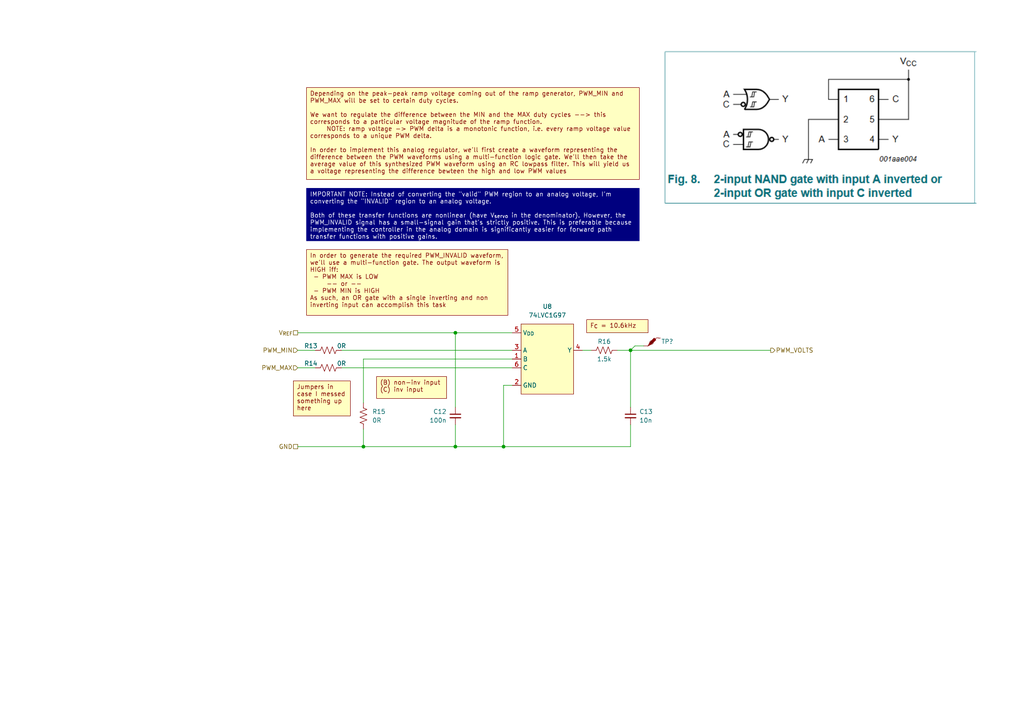
<source format=kicad_sch>
(kicad_sch (version 20230121) (generator eeschema)
  (paper "A4")
  (lib_symbols
    (symbol "Custom-Capacitor:CL10B103KB8NNNC" (pin_numbers hide) (pin_names (offset 0.254) hide)
      (property "Reference" "C" (at 0.254 1.778 0))
      (property "Value" "10n" (at 0.254 -2.032 0))
      (symbol "CL10B103KB8NNNC_0_1"
        (polyline (pts (xy -1.524 -0.508) (xy 1.524 -0.508)) (stroke (width 0.3302)))
        (polyline (pts (xy -1.524 0.508) (xy 1.524 0.508)) (stroke (width 0.3048)))
      )
      (symbol "CL10B103KB8NNNC_1_1"
        (pin passive line (at 0 2.54 270) (length 2.032) (name "~") (number "1"))
        (pin passive line (at 0 -2.54 90) (length 2.032) (name "~") (number "2"))
      )
    )
    (symbol "Custom-Capacitor:CL10B104KB8NNWC" (pin_numbers hide) (pin_names (offset 0.254) hide)
      (property "Reference" "C" (at 0.254 1.778 0))
      (property "Value" "100n" (at 0.254 -2.032 0))
      (symbol "CL10B104KB8NNWC_0_1"
        (polyline (pts (xy -1.524 -0.508) (xy 1.524 -0.508)) (stroke (width 0.3302)))
        (polyline (pts (xy -1.524 0.508) (xy 1.524 0.508)) (stroke (width 0.3048)))
      )
      (symbol "CL10B104KB8NNWC_1_1"
        (pin passive line (at 0 2.54 270) (length 2.032) (name "~") (number "1"))
        (pin passive line (at 0 -2.54 90) (length 2.032) (name "~") (number "2"))
      )
    )
    (symbol "Custom-LogicIC:1G97"
      (property "Reference" "U" (at 0 11.43 0))
      (property "Value" "74LVC1G97" (at 0 -11.43 0))
      (symbol "1G97_0_0"
        (text "" (at -62.23 34.29 0) (effects (font (size 1.27 1.27))))
      )
      (symbol "1G97_1_1"
        (rectangle (start -7.62 10.16) (end 7.62 -10.16) (fill (type background)))
        (pin input line (at -10.16 0 0) (length 2.54) (name "B") (number "1"))
        (pin input line (at -10.16 -7.62 0) (length 2.54) (name "GND") (number "2"))
        (pin input line (at -10.16 2.54 0) (length 2.54) (name "A") (number "3"))
        (pin output line (at 10.16 2.54 180) (length 2.54) (name "Y") (number "4"))
        (pin power_in line (at -10.16 7.62 0) (length 2.54) (name "V_{DD}") (number "5"))
        (pin input line (at -10.16 -2.54 0) (length 2.54) (name "C") (number "6"))
      )
    )
    (symbol "Custom-LogicIC:TestPoint" (in_bom no)
      (property "Reference" "TP" (at 2.54 0 0))
      (symbol "TestPoint_1_1"
        (polyline (pts (xy -0.762 1.27) (xy 0 0.508)) (stroke (width 0) (color 72 0 0 1)))
        (polyline (pts (xy -0.508 1.524) (xy 0.254 0.762)) (stroke (width 0) (color 72 0 0 1)))
        (polyline (pts (xy -1.27 0) (xy -0.762 1.016) (xy -0.254 0.508) (xy -1.27 0)) (fill (type color) (color 132 0 0 1)))
        (polyline (pts (xy -0.762 1.016) (xy 0.508 2.286) (xy 1.016 1.778) (xy -0.254 0.508) (xy -0.762 1.016)) (fill (type color) (color 132 0 0 1)))
        (arc (start 1.778 2.286) (mid 1.2343 2.3019) (end 0.762 2.032))
        (arc (start 1.778 2.286) (mid 2.032 2.258) (end 2.286 2.286))
        (pin passive line (at -2.54 0 0) (length 1.27) (name "") (number "1"))
      )
    )
    (symbol "Custom-Resistor:RMCF0603FT1K50" (pin_numbers hide) (pin_names (offset 0))
      (property "Reference" "R" (at 2.54 0 90))
      (property "Value" "1.5k" (at -2.54 0 90))
      (symbol "RMCF0603FT1K50_0_1"
        (polyline (pts (xy 0 -2.286) (xy 0 -2.54)))
        (polyline (pts (xy 0 2.286) (xy 0 2.54)))
        (polyline (pts (xy 0 -0.762) (xy 1.016 -1.143) (xy 0 -1.524) (xy -1.016 -1.905) (xy 0 -2.286)))
        (polyline (pts (xy 0 0.762) (xy 1.016 0.381) (xy 0 0) (xy -1.016 -0.381) (xy 0 -0.762)))
        (polyline (pts (xy 0 2.286) (xy 1.016 1.905) (xy 0 1.524) (xy -1.016 1.143) (xy 0 0.762)))
      )
      (symbol "RMCF0603FT1K50_1_1"
        (pin passive line (at 0 3.81 270) (length 1.27) (name "~") (number "1"))
        (pin passive line (at 0 -3.81 90) (length 1.27) (name "~") (number "2"))
      )
    )
    (symbol "Custom-Resistor:RMCF0603ZT0R00" (pin_numbers hide) (pin_names (offset 0))
      (property "Reference" "R" (at 2.54 0 90))
      (property "Value" "0R" (at -2.54 0 90))
      (symbol "RMCF0603ZT0R00_0_1"
        (polyline (pts (xy 0 -2.286) (xy 0 -2.54)))
        (polyline (pts (xy 0 2.286) (xy 0 2.54)))
        (polyline (pts (xy 0 -0.762) (xy 1.016 -1.143) (xy 0 -1.524) (xy -1.016 -1.905) (xy 0 -2.286)))
        (polyline (pts (xy 0 0.762) (xy 1.016 0.381) (xy 0 0) (xy -1.016 -0.381) (xy 0 -0.762)))
        (polyline (pts (xy 0 2.286) (xy 1.016 1.905) (xy 0 1.524) (xy -1.016 1.143) (xy 0 0.762)))
      )
      (symbol "RMCF0603ZT0R00_1_1"
        (pin passive line (at 0 3.81 270) (length 1.27) (name "~") (number "1"))
        (pin passive line (at 0 -3.81 90) (length 1.27) (name "~") (number "2"))
      )
    )
  )
  (junction (at 146.05 129.54))
  (junction (at 105.41 129.54))
  (junction (at 132.08 129.54))
  (junction (at 132.08 96.52))
  (junction (at 182.88 101.6))
  (wire (pts (xy 168.91 101.6) (xy 171.45 101.6)))
  (wire (pts (xy 184.15 100.33) (xy 186.69 100.33)))
  (wire (pts (xy 132.08 123.19) (xy 132.08 129.54)))
  (wire (pts (xy 148.59 111.76) (xy 146.05 111.76)))
  (wire (pts (xy 105.41 129.54) (xy 132.08 129.54)))
  (wire (pts (xy 179.07 101.6) (xy 182.88 101.6)))
  (wire (pts (xy 86.36 129.54) (xy 105.41 129.54)))
  (wire (pts (xy 86.36 106.68) (xy 91.44 106.68)))
  (wire (pts (xy 182.88 101.6) (xy 184.15 100.33)))
  (wire (pts (xy 86.36 101.6) (xy 91.44 101.6)))
  (wire (pts (xy 86.36 96.52) (xy 132.08 96.52)))
  (wire (pts (xy 132.08 96.52) (xy 132.08 118.11)))
  (wire (pts (xy 146.05 111.76) (xy 146.05 129.54)))
  (wire (pts (xy 99.06 106.68) (xy 148.59 106.68)))
  (wire (pts (xy 182.88 101.6) (xy 182.88 118.11)))
  (wire (pts (xy 132.08 96.52) (xy 148.59 96.52)))
  (wire (pts (xy 105.41 124.46) (xy 105.41 129.54)))
  (wire (pts (xy 99.06 101.6) (xy 148.59 101.6)))
  (wire (pts (xy 105.41 104.14) (xy 148.59 104.14)))
  (wire (pts (xy 105.41 104.14) (xy 105.41 116.84)))
  (wire (pts (xy 132.08 129.54) (xy 146.05 129.54)))
  (wire (pts (xy 182.88 101.6) (xy 223.52 101.6)))
  (wire (pts (xy 182.88 123.19) (xy 182.88 129.54)))
  (wire (pts (xy 182.88 129.54) (xy 146.05 129.54)))
  (image (at 237.49 36.83) (scale 2.05665))
  (text_box "IMPORTANT NOTE: Instead of converting the \"valid\" PWM region to an analog voltage, I'm converting the \"INVALID\" region to an analog voltage.\n\nBoth of these transfer functions are nonlinear (have V_{servo} in the denominator). However, the PWM_INVALID signal has a small-signal gain that's strictly positive. This is preferable because implementing the controller in the analog domain is significantly easier for forward path transfer functions with positive gains.\n\n" (at 88.9 54.61 0) (size 96.52 15.24) (stroke (width 0) (color 0 0 127 1)) (fill (type color) (color 0 0 127 1)) (effects (font (size 1.27 1.27)) (justify left top)))
  (text_box "Depending on the peak-peak ramp voltage coming out of the ramp generator, PWM_MIN and PWM_MAX will be set to certain duty cycles.\n\nWe want to regulate the difference between the MIN and the MAX duty cycles --> this corresponds to a particular voltage magnitude of the ramp function.\n	NOTE: ramp voltage -> PWM delta is a monotonic function, i.e. every ramp voltage value corresponds to a unique PWM delta.\n\nIn order to implement this analog regulator, we'll first create a waveform representing the difference between the PWM waveforms using a multi-function logic gate. We'll then take the average value of this synthesized PWM waveform using an RC lowpass filter. This will yield us a voltage representing the difference bewteen the high and low PWM values" (at 88.9 25.4 0) (size 96.52 26.67) (stroke (width 0) (color 132 0 0 1)) (fill (type color) (color 255 255 194 1)) (effects (font (size 1.27 1.27)) (justify left top)))
  (text_box "F_{C} = 10.6kHz" (at 170.18 92.71 0) (size 17.78 3.81) (stroke (width 0) (color 132 0 0 1)) (fill (type color) (color 255 255 194 1)) (effects (font (size 1.27 1.27)) (justify left top)))
  (text_box "In order to generate the required PWM_INVALID waveform, we'll use a multi-function gate. The output waveform is HIGH iff:\n - PWM MAX is LOW\n	-- or --\n - PWM MIN is HIGH\nAs such, an OR gate with a single inverting and non inverting input can accomplish this task" (at 88.9 72.39 0) (size 58.42 19.05) (stroke (width 0) (color 132 0 0 1)) (fill (type color) (color 255 255 194 1)) (effects (font (size 1.27 1.27)) (justify left top)))
  (text_box "(B) non-inv input\n(C) inv input" (at 109.22 109.22 0) (size 20.32 6.35) (stroke (width 0) (color 132 0 0 1)) (fill (type color) (color 255 255 194 1)) (effects (font (size 1.27 1.27)) (justify left top)))
  (text_box "Jumpers in case I messed something up here" (at 85.09 110.49 0) (size 16.51 10.16) (stroke (width 0) (color 132 0 0 1)) (fill (type color) (color 255 255 194 1)) (effects (font (size 1.27 1.27)) (justify left top)))
  (hierarchical_label "GND" (shape passive) (at 86.36 129.54 180))
  (hierarchical_label "PWM_MAX" (shape input) (at 86.36 106.68 180))
  (hierarchical_label "V_{REF}" (shape passive) (at 86.36 96.52 180))
  (hierarchical_label "PWM_MIN" (shape input) (at 86.36 101.6 180))
  (hierarchical_label "PWM_VOLTS" (shape output) (at 223.52 101.6 0))
  (symbol (lib_id "Custom-Resistor:RMCF0603FT1K50") (at 175.26 101.6 90) (unit 1)
    (property "Reference" "R16" (at 175.26 99.06 90))
    (property "Value" "1.5k" (at 175.26 104.14 90))
    (property "Footprint" "Resistor_SMD:R_0603_1608Metric_Pad0.98x0.95mm_HandSolder" (effects hide))
    (property "Datasheet" "https://www.seielect.com/Catalog/SEI-RMCF_RMCP.pdf" (effects hide))
    (property "Manufacturer" "Stackpole Electronics Inc" (effects hide))
    (property "Part Number" "RMCF0603FT1K50" (effects hide))
  )
  (symbol (lib_id "Custom-Resistor:RMCF0603ZT0R00") (at 95.25 106.68 90) (unit 1)
    (property "Reference" "R14" (at 90.17 105.41 90))
    (property "Value" "0R" (at 99.06 105.41 90))
    (property "Footprint" "Resistor_SMD:R_0603_1608Metric_Pad0.98x0.95mm_HandSolder" (effects hide))
    (property "Datasheet" "https://www.seielect.com/Catalog/SEI-RMCF_RMCP.pdf" (effects hide))
    (property "Manufacturer" "Stackpole Electronics Inc" (effects hide))
    (property "Part Number" "RMCF0603ZT0R00" (effects hide))
  )
  (symbol (lib_id "Custom-Resistor:RMCF0603ZT0R00") (at 95.25 101.6 90) (unit 1)
    (property "Reference" "R13" (at 90.17 100.33 90))
    (property "Value" "0R" (at 99.06 100.33 90))
    (property "Footprint" "Resistor_SMD:R_0603_1608Metric_Pad0.98x0.95mm_HandSolder" (effects hide))
    (property "Datasheet" "https://www.seielect.com/Catalog/SEI-RMCF_RMCP.pdf" (effects hide))
    (property "Manufacturer" "Stackpole Electronics Inc" (effects hide))
    (property "Part Number" "RMCF0603ZT0R00" (effects hide))
  )
  (symbol (lib_id "Custom-LogicIC:1G97") (at 158.75 104.14 0) (unit 1)
    (property "Reference" "U8" (at 158.75 88.9 0))
    (property "Value" "74LVC1G97" (at 158.75 91.44 0))
    (property "Footprint" "Package_TO_SOT_SMD:SOT-363_SC-70-6_Handsoldering" (effects hide))
    (property "Datasheet" "https://assets.nexperia.com/documents/data-sheet/74LVC1G97.pdf" (effects hide))
    (property "Manufacturer" "Nexperia USA Inc." (effects hide))
    (property "Part Number" "74LVC1G97GW,125" (effects hide))
  )
  (symbol (lib_id "Custom-LogicIC:TestPoint") (at 189.23 100.33 0) (unit 1) (in_bom no)
    (property "Reference" "TP?" (at 191.77 99.06 0) (effects (justify left)))
    (property "Value" "-" (effects hide))
    (property "Footprint" "TestPoint:TestPoint_Pad_D2.0mm" (effects hide))
    (instances (project "PWM Ramp Gen Prototype" (path "" (reference "TP?") (unit 1)) (path "" (reference "TP23") (unit 1))))
  )
  (symbol (lib_id "Custom-Capacitor:CL10B104KB8NNWC") (at 132.08 120.65 0) (mirror y) (unit 1)
    (property "Reference" "C12" (at 129.54 119.3863 0) (effects (justify left)))
    (property "Value" "100n" (at 129.54 121.9263 0) (effects (justify left)))
    (property "Footprint" "Capacitor_SMD:C_0603_1608Metric_Pad1.08x0.95mm_HandSolder" (effects hide))
    (property "Datasheet" "https://product.samsungsem.com/mlcc/CL31B106KAHNFN.do" (effects hide))
    (property "Manufacturer" "Samsung Electro-Mechanics" (effects hide))
    (property "Part Number" "CL10B104KB8NNWC" (effects hide))
  )
  (symbol (lib_id "Custom-Resistor:RMCF0603ZT0R00") (at 105.41 120.65 0) (unit 1)
    (property "Reference" "R15" (at 107.95 119.38 0) (effects (justify left)))
    (property "Value" "0R" (at 107.95 121.92 0) (effects (justify left)))
    (property "Footprint" "Resistor_SMD:R_0603_1608Metric_Pad0.98x0.95mm_HandSolder" (effects hide))
    (property "Datasheet" "https://www.seielect.com/Catalog/SEI-RMCF_RMCP.pdf" (effects hide))
    (property "Manufacturer" "Stackpole Electronics Inc" (effects hide))
    (property "Part Number" "RMCF0603ZT0R00" (effects hide))
  )
  (symbol (lib_id "Custom-Capacitor:CL10B103KB8NNNC") (at 182.88 120.65 0) (unit 1)
    (property "Reference" "C13" (at 185.42 119.3863 0) (effects (justify left)))
    (property "Value" "10n" (at 185.42 121.9263 0) (effects (justify left)))
    (property "Footprint" "Capacitor_SMD:C_0603_1608Metric_Pad1.08x0.95mm_HandSolder" (effects hide))
    (property "Datasheet" "https://product.samsungsem.com/mlcc/CL10B103KB8NNN.do" (effects hide))
    (property "Manufacturer" "Samsung Electro-Mechanics" (effects hide))
    (property "Part Number" "CL10B103KB8NNNC" (effects hide))
  )
)
</source>
